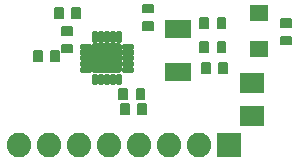
<source format=gts>
G75*
G70*
%OFA0B0*%
%FSLAX24Y24*%
%IPPOS*%
%LPD*%
%AMOC8*
5,1,8,0,0,1.08239X$1,22.5*
%
%ADD10C,0.0063*%
%ADD11C,0.0152*%
%ADD12C,0.0205*%
%ADD13R,0.0867X0.0592*%
%ADD14R,0.0789X0.0710*%
%ADD15R,0.0820X0.0820*%
%ADD16C,0.0820*%
%ADD17R,0.0631X0.0552*%
D10*
X007132Y004271D02*
X007386Y004271D01*
X007132Y004271D02*
X007132Y004603D01*
X007386Y004603D01*
X007386Y004271D01*
X007386Y004333D02*
X007132Y004333D01*
X007132Y004395D02*
X007386Y004395D01*
X007386Y004457D02*
X007132Y004457D01*
X007132Y004519D02*
X007386Y004519D01*
X007386Y004581D02*
X007132Y004581D01*
X007714Y004271D02*
X007968Y004271D01*
X007714Y004271D02*
X007714Y004603D01*
X007968Y004603D01*
X007968Y004271D01*
X007968Y004333D02*
X007714Y004333D01*
X007714Y004395D02*
X007968Y004395D01*
X007968Y004457D02*
X007714Y004457D01*
X007714Y004519D02*
X007968Y004519D01*
X007968Y004581D02*
X007714Y004581D01*
X008416Y004568D02*
X008416Y004822D01*
X008416Y004568D02*
X008084Y004568D01*
X008084Y004822D01*
X008416Y004822D01*
X008416Y004630D02*
X008084Y004630D01*
X008084Y004692D02*
X008416Y004692D01*
X008416Y004754D02*
X008084Y004754D01*
X008084Y004816D02*
X008416Y004816D01*
X008416Y005151D02*
X008416Y005405D01*
X008416Y005151D02*
X008084Y005151D01*
X008084Y005405D01*
X008416Y005405D01*
X008416Y005213D02*
X008084Y005213D01*
X008084Y005275D02*
X008416Y005275D01*
X008416Y005337D02*
X008084Y005337D01*
X008084Y005399D02*
X008416Y005399D01*
X008414Y005721D02*
X008668Y005721D01*
X008414Y005721D02*
X008414Y006053D01*
X008668Y006053D01*
X008668Y005721D01*
X008668Y005783D02*
X008414Y005783D01*
X008414Y005845D02*
X008668Y005845D01*
X008668Y005907D02*
X008414Y005907D01*
X008414Y005969D02*
X008668Y005969D01*
X008668Y006031D02*
X008414Y006031D01*
X008086Y005721D02*
X007832Y005721D01*
X007832Y006053D01*
X008086Y006053D01*
X008086Y005721D01*
X008086Y005783D02*
X007832Y005783D01*
X007832Y005845D02*
X008086Y005845D01*
X008086Y005907D02*
X007832Y005907D01*
X007832Y005969D02*
X008086Y005969D01*
X008086Y006031D02*
X007832Y006031D01*
X010784Y005901D02*
X010784Y006155D01*
X011116Y006155D01*
X011116Y005901D01*
X010784Y005901D01*
X010784Y005963D02*
X011116Y005963D01*
X011116Y006025D02*
X010784Y006025D01*
X010784Y006087D02*
X011116Y006087D01*
X011116Y006149D02*
X010784Y006149D01*
X010784Y005572D02*
X010784Y005318D01*
X010784Y005572D02*
X011116Y005572D01*
X011116Y005318D01*
X010784Y005318D01*
X010784Y005380D02*
X011116Y005380D01*
X011116Y005442D02*
X010784Y005442D01*
X010784Y005504D02*
X011116Y005504D01*
X011116Y005566D02*
X010784Y005566D01*
X012682Y005703D02*
X012936Y005703D01*
X012936Y005371D01*
X012682Y005371D01*
X012682Y005703D01*
X012682Y005433D02*
X012936Y005433D01*
X012936Y005495D02*
X012682Y005495D01*
X012682Y005557D02*
X012936Y005557D01*
X012936Y005619D02*
X012682Y005619D01*
X012682Y005681D02*
X012936Y005681D01*
X013264Y005703D02*
X013518Y005703D01*
X013518Y005371D01*
X013264Y005371D01*
X013264Y005703D01*
X013264Y005433D02*
X013518Y005433D01*
X013518Y005495D02*
X013264Y005495D01*
X013264Y005557D02*
X013518Y005557D01*
X013518Y005619D02*
X013264Y005619D01*
X013264Y005681D02*
X013518Y005681D01*
X013518Y004903D02*
X013264Y004903D01*
X013518Y004903D02*
X013518Y004571D01*
X013264Y004571D01*
X013264Y004903D01*
X013264Y004633D02*
X013518Y004633D01*
X013518Y004695D02*
X013264Y004695D01*
X013264Y004757D02*
X013518Y004757D01*
X013518Y004819D02*
X013264Y004819D01*
X013264Y004881D02*
X013518Y004881D01*
X012936Y004903D02*
X012682Y004903D01*
X012936Y004903D02*
X012936Y004571D01*
X012682Y004571D01*
X012682Y004903D01*
X012682Y004633D02*
X012936Y004633D01*
X012936Y004695D02*
X012682Y004695D01*
X012682Y004757D02*
X012936Y004757D01*
X012936Y004819D02*
X012682Y004819D01*
X012682Y004881D02*
X012936Y004881D01*
X012986Y004203D02*
X012732Y004203D01*
X012986Y004203D02*
X012986Y003871D01*
X012732Y003871D01*
X012732Y004203D01*
X012732Y003933D02*
X012986Y003933D01*
X012986Y003995D02*
X012732Y003995D01*
X012732Y004057D02*
X012986Y004057D01*
X012986Y004119D02*
X012732Y004119D01*
X012732Y004181D02*
X012986Y004181D01*
X013314Y004203D02*
X013568Y004203D01*
X013568Y003871D01*
X013314Y003871D01*
X013314Y004203D01*
X013314Y003933D02*
X013568Y003933D01*
X013568Y003995D02*
X013314Y003995D01*
X013314Y004057D02*
X013568Y004057D01*
X013568Y004119D02*
X013314Y004119D01*
X013314Y004181D02*
X013568Y004181D01*
X015384Y004843D02*
X015384Y005097D01*
X015716Y005097D01*
X015716Y004843D01*
X015384Y004843D01*
X015384Y004905D02*
X015716Y004905D01*
X015716Y004967D02*
X015384Y004967D01*
X015384Y005029D02*
X015716Y005029D01*
X015716Y005091D02*
X015384Y005091D01*
X015384Y005426D02*
X015384Y005680D01*
X015716Y005680D01*
X015716Y005426D01*
X015384Y005426D01*
X015384Y005488D02*
X015716Y005488D01*
X015716Y005550D02*
X015384Y005550D01*
X015384Y005612D02*
X015716Y005612D01*
X015716Y005674D02*
X015384Y005674D01*
X010818Y003353D02*
X010564Y003353D01*
X010818Y003353D02*
X010818Y003021D01*
X010564Y003021D01*
X010564Y003353D01*
X010564Y003083D02*
X010818Y003083D01*
X010818Y003145D02*
X010564Y003145D01*
X010564Y003207D02*
X010818Y003207D01*
X010818Y003269D02*
X010564Y003269D01*
X010564Y003331D02*
X010818Y003331D01*
X010236Y003353D02*
X009982Y003353D01*
X010236Y003353D02*
X010236Y003021D01*
X009982Y003021D01*
X009982Y003353D01*
X009982Y003083D02*
X010236Y003083D01*
X010236Y003145D02*
X009982Y003145D01*
X009982Y003207D02*
X010236Y003207D01*
X010236Y003269D02*
X009982Y003269D01*
X009982Y003331D02*
X010236Y003331D01*
X010286Y002853D02*
X010032Y002853D01*
X010286Y002853D02*
X010286Y002521D01*
X010032Y002521D01*
X010032Y002853D01*
X010032Y002583D02*
X010286Y002583D01*
X010286Y002645D02*
X010032Y002645D01*
X010032Y002707D02*
X010286Y002707D01*
X010286Y002769D02*
X010032Y002769D01*
X010032Y002831D02*
X010286Y002831D01*
X010614Y002853D02*
X010868Y002853D01*
X010868Y002521D01*
X010614Y002521D01*
X010614Y002853D01*
X010614Y002583D02*
X010868Y002583D01*
X010868Y002645D02*
X010614Y002645D01*
X010614Y002707D02*
X010868Y002707D01*
X010868Y002769D02*
X010614Y002769D01*
X010614Y002831D02*
X010868Y002831D01*
D11*
X009963Y003573D02*
X009963Y003799D01*
X009963Y003573D02*
X009925Y003573D01*
X009925Y003799D01*
X009963Y003799D01*
X009963Y003724D02*
X009925Y003724D01*
X009766Y003799D02*
X009766Y003573D01*
X009728Y003573D01*
X009728Y003799D01*
X009766Y003799D01*
X009766Y003724D02*
X009728Y003724D01*
X009569Y003799D02*
X009569Y003573D01*
X009531Y003573D01*
X009531Y003799D01*
X009569Y003799D01*
X009569Y003724D02*
X009531Y003724D01*
X009372Y003799D02*
X009372Y003573D01*
X009334Y003573D01*
X009334Y003799D01*
X009372Y003799D01*
X009372Y003724D02*
X009334Y003724D01*
X009175Y003799D02*
X009175Y003573D01*
X009137Y003573D01*
X009137Y003799D01*
X009175Y003799D01*
X009175Y003724D02*
X009137Y003724D01*
X008962Y004012D02*
X008736Y004012D01*
X008962Y004012D02*
X008962Y003974D01*
X008736Y003974D01*
X008736Y004012D01*
X008736Y004209D02*
X008962Y004209D01*
X008962Y004171D01*
X008736Y004171D01*
X008736Y004209D01*
X008736Y004406D02*
X008962Y004406D01*
X008962Y004368D01*
X008736Y004368D01*
X008736Y004406D01*
X008736Y004603D02*
X008962Y004603D01*
X008962Y004565D01*
X008736Y004565D01*
X008736Y004603D01*
X008736Y004799D02*
X008962Y004799D01*
X008962Y004761D01*
X008736Y004761D01*
X008736Y004799D01*
X009175Y004974D02*
X009175Y005200D01*
X009175Y004974D02*
X009137Y004974D01*
X009137Y005200D01*
X009175Y005200D01*
X009175Y005125D02*
X009137Y005125D01*
X009372Y005200D02*
X009372Y004974D01*
X009334Y004974D01*
X009334Y005200D01*
X009372Y005200D01*
X009372Y005125D02*
X009334Y005125D01*
X009569Y005200D02*
X009569Y004974D01*
X009531Y004974D01*
X009531Y005200D01*
X009569Y005200D01*
X009569Y005125D02*
X009531Y005125D01*
X009766Y005200D02*
X009766Y004974D01*
X009728Y004974D01*
X009728Y005200D01*
X009766Y005200D01*
X009766Y005125D02*
X009728Y005125D01*
X009963Y005200D02*
X009963Y004974D01*
X009925Y004974D01*
X009925Y005200D01*
X009963Y005200D01*
X009963Y005125D02*
X009925Y005125D01*
X010138Y004799D02*
X010364Y004799D01*
X010364Y004761D01*
X010138Y004761D01*
X010138Y004799D01*
X010138Y004603D02*
X010364Y004603D01*
X010364Y004565D01*
X010138Y004565D01*
X010138Y004603D01*
X010138Y004406D02*
X010364Y004406D01*
X010364Y004368D01*
X010138Y004368D01*
X010138Y004406D01*
X010138Y004209D02*
X010364Y004209D01*
X010364Y004171D01*
X010138Y004171D01*
X010138Y004209D01*
X010138Y004012D02*
X010364Y004012D01*
X010364Y003974D01*
X010138Y003974D01*
X010138Y004012D01*
D12*
X009960Y003977D02*
X009960Y004797D01*
X009960Y003977D02*
X009140Y003977D01*
X009140Y004797D01*
X009960Y004797D01*
X009960Y004181D02*
X009140Y004181D01*
X009140Y004385D02*
X009960Y004385D01*
X009960Y004589D02*
X009140Y004589D01*
X009140Y004793D02*
X009960Y004793D01*
D13*
X011950Y005365D03*
X011950Y003908D03*
D14*
X014400Y003538D03*
X014400Y002435D03*
D15*
X013650Y001487D03*
D16*
X006650Y001487D03*
X007650Y001487D03*
X008650Y001487D03*
X009650Y001487D03*
X010650Y001487D03*
X011650Y001487D03*
X012650Y001487D03*
D17*
X014650Y004696D03*
X014650Y005877D03*
M02*

</source>
